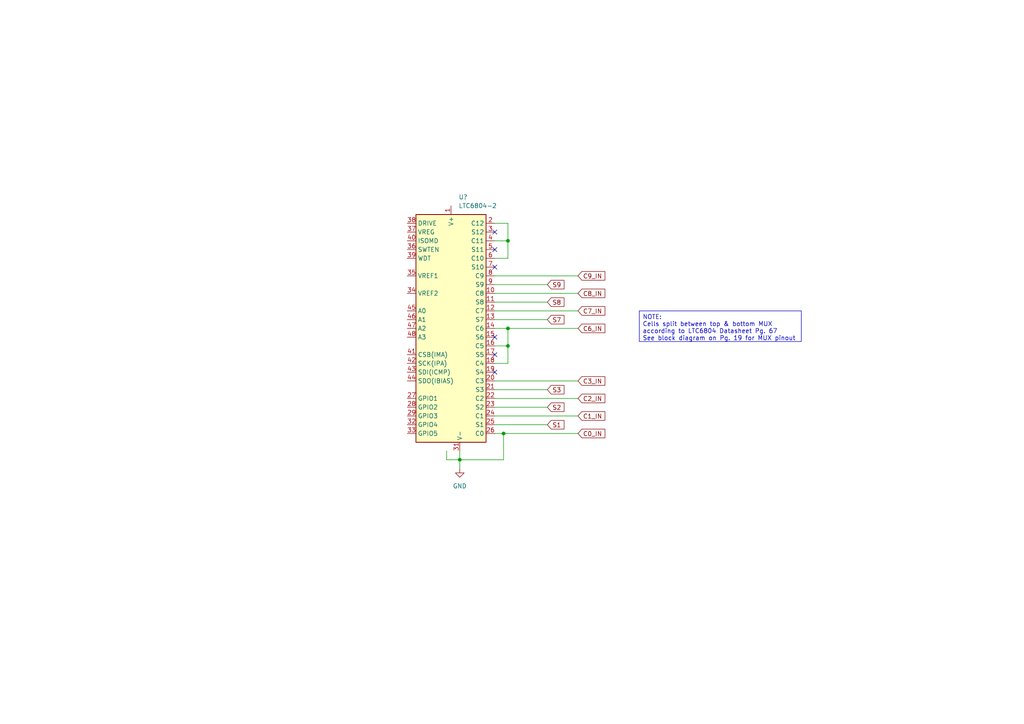
<source format=kicad_sch>
(kicad_sch (version 20230121) (generator eeschema)
  (paper "A4")
  (lib_symbols
    (symbol "LTC6804-2_1"
      (property "Reference" "U" (at -10.16 34.29 0))
      (property "Value" "LTC6804-2" (at -16.51 -34.29 0))
      (symbol "LTC6804-2_1_0_1"
        (rectangle (start 10.16 -33.02) (end -10.16 33.02) (stroke (width 0.254)) (fill (type background)))
      )
      (symbol "LTC6804-2_1_1_1"
        (pin power_in line (at 0 35.56 270) (length 2.54) (name "V+") (number "1"))
        (pin input line (at 12.7 10.16 180) (length 2.54) (name "C8") (number "10"))
        (pin bidirectional line (at 12.7 7.62 180) (length 2.54) (name "S8") (number "11"))
        (pin input line (at 12.7 5.08 180) (length 2.54) (name "C7") (number "12"))
        (pin bidirectional line (at 12.7 2.54 180) (length 2.54) (name "S7") (number "13"))
        (pin input line (at 12.7 0 180) (length 2.54) (name "C6") (number "14"))
        (pin bidirectional line (at 12.7 -2.54 180) (length 2.54) (name "S6") (number "15"))
        (pin input line (at 12.7 -5.08 180) (length 2.54) (name "C5") (number "16"))
        (pin bidirectional line (at 12.7 -7.62 180) (length 2.54) (name "S5") (number "17"))
        (pin input line (at 12.7 -10.16 180) (length 2.54) (name "C4") (number "18"))
        (pin bidirectional line (at 12.7 -12.7 180) (length 2.54) (name "S4") (number "19"))
        (pin input line (at 12.7 30.48 180) (length 2.54) (name "C12") (number "2"))
        (pin input line (at 12.7 -15.24 180) (length 2.54) (name "C3") (number "20"))
        (pin bidirectional line (at 12.7 -17.78 180) (length 2.54) (name "S3") (number "21"))
        (pin input line (at 12.7 -20.32 180) (length 2.54) (name "C2") (number "22"))
        (pin bidirectional line (at 12.7 -22.86 180) (length 2.54) (name "S2") (number "23"))
        (pin input line (at 12.7 -25.4 180) (length 2.54) (name "C1") (number "24"))
        (pin bidirectional line (at 12.7 -27.94 180) (length 2.54) (name "S1") (number "25"))
        (pin input line (at 12.7 -30.48 180) (length 2.54) (name "C0") (number "26"))
        (pin bidirectional line (at -12.7 -20.32 0) (length 2.54) (name "GPIO1") (number "27"))
        (pin bidirectional line (at -12.7 -22.86 0) (length 2.54) (name "GPIO2") (number "28"))
        (pin bidirectional line (at -12.7 -25.4 0) (length 2.54) (name "GPIO3") (number "29"))
        (pin bidirectional line (at 12.7 27.94 180) (length 2.54) (name "S12") (number "3"))
        (pin passive line (at -1.27 -35.56 90) (length 2.54) hide (name "V-") (number "30"))
        (pin passive line (at 2.54 -35.56 90) (length 2.54) (name "V-") (number "31"))
        (pin bidirectional line (at -12.7 -27.94 0) (length 2.54) (name "GPIO4") (number "32"))
        (pin bidirectional line (at -12.7 -30.48 0) (length 2.54) (name "GPIO5") (number "33"))
        (pin output line (at -12.7 10.16 0) (length 2.54) (name "VREF2") (number "34"))
        (pin output line (at -12.7 15.24 0) (length 2.54) (name "VREF1") (number "35"))
        (pin input line (at -12.7 22.86 0) (length 2.54) (name "SWTEN") (number "36"))
        (pin input line (at -12.7 27.94 0) (length 2.54) (name "VREG") (number "37"))
        (pin output line (at -12.7 30.48 0) (length 2.54) (name "DRIVE") (number "38"))
        (pin output line (at -12.7 20.32 0) (length 2.54) (name "WDT") (number "39"))
        (pin input line (at 12.7 25.4 180) (length 2.54) (name "C11") (number "4"))
        (pin input line (at -12.7 25.4 0) (length 2.54) (name "ISOMD") (number "40"))
        (pin bidirectional line (at -12.7 -7.62 0) (length 2.54) (name "CSB(IMA)") (number "41"))
        (pin bidirectional line (at -12.7 -10.16 0) (length 2.54) (name "SCK(IPA)") (number "42"))
        (pin input line (at -12.7 -12.7 0) (length 2.54) (name "SDI(ICMP)") (number "43"))
        (pin open_collector line (at -12.7 -15.24 0) (length 2.54) (name "SDO(IBIAS)") (number "44"))
        (pin passive line (at -12.7 5.08 0) (length 2.54) (name "A0") (number "45"))
        (pin passive line (at -12.7 2.54 0) (length 2.54) (name "A1") (number "46"))
        (pin bidirectional line (at -12.7 0 0) (length 2.54) (name "A2") (number "47"))
        (pin bidirectional line (at -12.7 -2.54 0) (length 2.54) (name "A3") (number "48"))
        (pin bidirectional line (at 12.7 22.86 180) (length 2.54) (name "S11") (number "5"))
        (pin input line (at 12.7 20.32 180) (length 2.54) (name "C10") (number "6"))
        (pin bidirectional line (at 12.7 17.78 180) (length 2.54) (name "S10") (number "7"))
        (pin input line (at 12.7 15.24 180) (length 2.54) (name "C9") (number "8"))
        (pin bidirectional line (at 12.7 12.7 180) (length 2.54) (name "S9") (number "9"))
      )
    )
    (symbol "power:GND" (power) (pin_names (offset 0))
      (property "Value" "GND" (at 0 -3.81 0))
      (symbol "GND_0_1"
        (polyline (pts (xy 0 0) (xy 0 -1.27) (xy 1.27 -1.27) (xy 0 -2.54) (xy -1.27 -1.27) (xy 0 -1.27)))
      )
      (symbol "GND_1_1"
        (pin power_in line (at 0 0 270) (length 0) hide (name "GND") (number "1"))
      )
    )
  )
  (junction (at 147.32 100.33))
  (junction (at 133.35 133.35))
  (junction (at 147.32 69.85))
  (junction (at 146.05 125.73))
  (junction (at 147.32 95.25))
  (no_connect (at 143.51 77.47))
  (no_connect (at 143.51 107.95))
  (no_connect (at 143.51 97.79))
  (no_connect (at 143.51 102.87))
  (no_connect (at 143.51 72.39))
  (no_connect (at 143.51 67.31))
  (wire (pts (xy 143.51 74.93) (xy 147.32 74.93)))
  (wire (pts (xy 143.51 82.55) (xy 158.75 82.55)))
  (wire (pts (xy 143.51 110.49) (xy 167.64 110.49)))
  (wire (pts (xy 143.51 90.17) (xy 167.64 90.17)))
  (wire (pts (xy 147.32 95.25) (xy 147.32 100.33)))
  (wire (pts (xy 147.32 64.77) (xy 147.32 69.85)))
  (wire (pts (xy 147.32 95.25) (xy 167.64 95.25)))
  (wire (pts (xy 143.51 123.19) (xy 158.75 123.19)))
  (wire (pts (xy 129.54 133.35) (xy 129.54 130.81)))
  (wire (pts (xy 143.51 87.63) (xy 158.75 87.63)))
  (wire (pts (xy 143.51 125.73) (xy 146.05 125.73)))
  (wire (pts (xy 143.51 80.01) (xy 167.64 80.01)))
  (wire (pts (xy 129.54 133.35) (xy 133.35 133.35)))
  (wire (pts (xy 147.32 69.85) (xy 147.32 74.93)))
  (wire (pts (xy 143.51 120.65) (xy 167.64 120.65)))
  (wire (pts (xy 133.35 135.89) (xy 133.35 133.35)))
  (wire (pts (xy 143.51 115.57) (xy 167.64 115.57)))
  (wire (pts (xy 146.05 125.73) (xy 167.64 125.73)))
  (wire (pts (xy 143.51 69.85) (xy 147.32 69.85)))
  (wire (pts (xy 143.51 113.03) (xy 158.75 113.03)))
  (wire (pts (xy 143.51 64.77) (xy 147.32 64.77)))
  (wire (pts (xy 143.51 92.71) (xy 158.75 92.71)))
  (wire (pts (xy 147.32 100.33) (xy 147.32 105.41)))
  (wire (pts (xy 133.35 133.35) (xy 146.05 133.35)))
  (wire (pts (xy 143.51 85.09) (xy 167.64 85.09)))
  (wire (pts (xy 143.51 105.41) (xy 147.32 105.41)))
  (wire (pts (xy 146.05 125.73) (xy 146.05 133.35)))
  (wire (pts (xy 133.35 133.35) (xy 133.35 130.81)))
  (wire (pts (xy 143.51 118.11) (xy 158.75 118.11)))
  (wire (pts (xy 143.51 95.25) (xy 147.32 95.25)))
  (wire (pts (xy 143.51 100.33) (xy 147.32 100.33)))
  (text_box "NOTE:\nCells split between top & bottom MUX according to LTC6804 Datasheet Pg. 67\nSee block diagram on Pg. 19 for MUX pinout" (at 185.42 90.17 0) (size 46.99 8.89) (effects (font (size 1.27 1.27)) (justify left top)))
  (global_label "C8_IN" (shape input) (at 167.64 85.09 0) (property "Intersheetrefs" "${INTERSHEET_REFS}" (effects hide)))
  (global_label "S9" (shape input) (at 158.75 82.55 0) (property "Intersheetrefs" "${INTERSHEET_REFS}" (effects hide)))
  (global_label "S2" (shape input) (at 158.75 118.11 0) (property "Intersheetrefs" "${INTERSHEET_REFS}" (effects hide)))
  (global_label "S1" (shape input) (at 158.75 123.19 0) (property "Intersheetrefs" "${INTERSHEET_REFS}" (effects hide)))
  (global_label "C9_IN" (shape input) (at 167.64 80.01 0) (property "Intersheetrefs" "${INTERSHEET_REFS}" (effects hide)))
  (global_label "C6_IN" (shape input) (at 167.64 95.25 0) (property "Intersheetrefs" "${INTERSHEET_REFS}" (effects hide)))
  (global_label "C3_IN" (shape input) (at 167.64 110.49 0) (property "Intersheetrefs" "${INTERSHEET_REFS}" (effects hide)))
  (global_label "C2_IN" (shape input) (at 167.64 115.57 0) (property "Intersheetrefs" "${INTERSHEET_REFS}" (effects hide)))
  (global_label "S3" (shape input) (at 158.75 113.03 0) (property "Intersheetrefs" "${INTERSHEET_REFS}" (effects hide)))
  (global_label "C1_IN" (shape input) (at 167.64 120.65 0) (property "Intersheetrefs" "${INTERSHEET_REFS}" (effects hide)))
  (global_label "C0_IN" (shape input) (at 167.64 125.73 0) (property "Intersheetrefs" "${INTERSHEET_REFS}" (effects hide)))
  (global_label "S7" (shape input) (at 158.75 92.71 0) (property "Intersheetrefs" "${INTERSHEET_REFS}" (effects hide)))
  (global_label "S8" (shape input) (at 158.75 87.63 0) (property "Intersheetrefs" "${INTERSHEET_REFS}" (effects hide)))
  (global_label "C7_IN" (shape input) (at 167.64 90.17 0) (property "Intersheetrefs" "${INTERSHEET_REFS}" (effects hide)))
  (symbol (lib_name "LTC6804-2_1") (lib_id "FixedWing:LTC6804-2") (at 130.81 95.25 0) (unit 1)
    (property "Reference" "U?" (at 133.0041 57.15 0) (effects (justify left)))
    (property "Value" "LTC6804-2" (at 133.0041 59.69 0) (effects (justify left)))
    (property "Footprint" "Package_SO:SSOP-48_5.3x12.8mm_P0.5mm" (effects hide))
    (property "Datasheet" "https://www.analog.com/media/en/technical-documentation/data-sheets/680412fc.pdf" (effects hide))
  )
  (symbol (lib_id "power:GND") (at 133.35 135.89 0) (unit 1)
    (property "Reference" "#PWR01" (effects hide))
    (property "Value" "GND" (at 133.35 140.97 0))
  )
)
</source>
